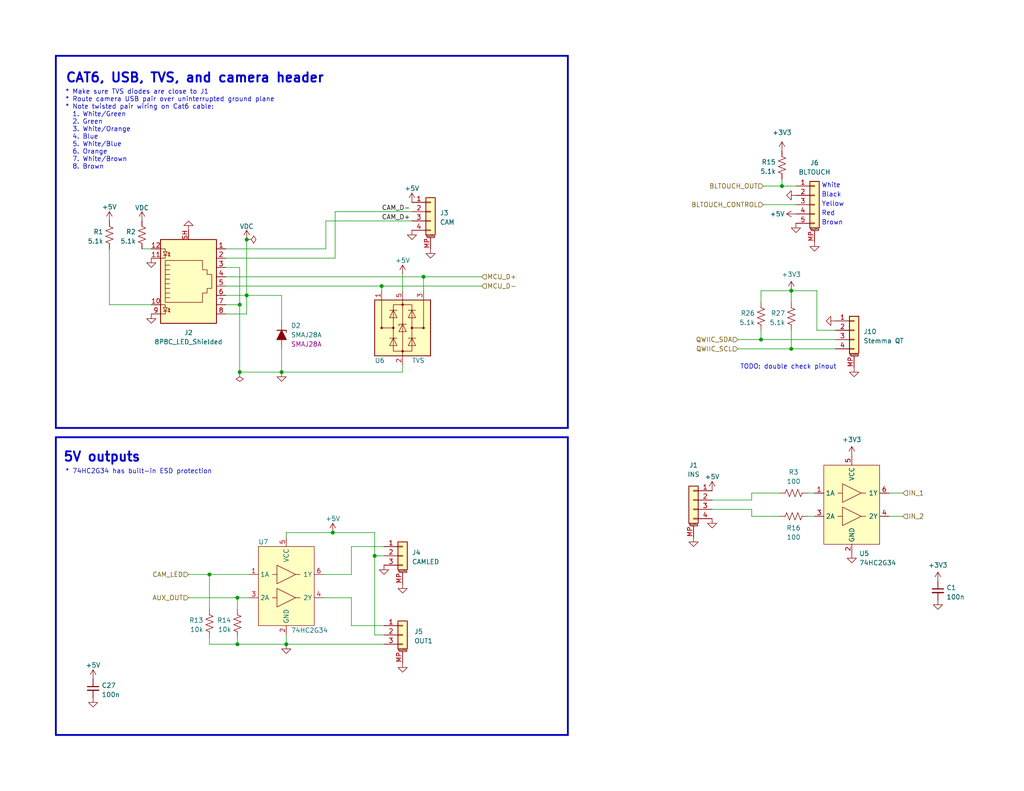
<source format=kicad_sch>
(kicad_sch (version 20211123) (generator eeschema)
  (paper "USLetter")
  (title_block (title "Jellyfish") (date "2022-10-14") (rev "v1") (company "Winterbloom") (comment 1 "Alethea Flowers") (comment 2 "CERN-OHL-S V2") (comment 3 "jellyfish.wntr.dev"))
  (lib_symbols
    (symbol "74HC2G34_1"
      (property "Reference" "U" (at -7.62 11.43 0))
      (property "Value" "74HC2G34_1" (at 1.27 11.43 0))
      (property "MPN" "74HC2G34GW,125" (at 0 0 0))
      (symbol "74HC2G34_1_0_0"
        (pin input line (at -10.16 2.54 0) (length 2.54) (name "1A") (number "1"))
        (pin power_in line (at 0 -13.97 90) (length 2.54) (name "GND") (number "2"))
        (pin input line (at -10.16 -3.81 0) (length 2.54) (name "2A") (number "3"))
        (pin output line (at 10.16 -3.81 180) (length 2.54) (name "2Y") (number "4"))
        (pin power_in line (at 0 12.7 270) (length 2.54) (name "VCC") (number "5"))
        (pin output line (at 10.16 2.54 180) (length 2.54) (name "1Y") (number "6"))
      )
      (symbol "74HC2G34_1_0_1"
        (rectangle (start -7.62 10.16) (end 7.62 -11.43) (fill (type background)))
        (polyline (pts (xy -2.54 -3.81) (xy -3.81 -3.81)))
        (polyline (pts (xy -2.54 2.54) (xy -3.81 2.54)))
        (polyline (pts (xy 2.54 -3.81) (xy 3.81 -3.81)))
        (polyline (pts (xy 2.54 2.54) (xy 3.81 2.54)))
        (polyline (pts (xy -2.54 -5.08) (xy -2.54 -1.27) (xy 2.54 -3.81) (xy -2.54 -6.35) (xy -2.54 -5.08)))
        (polyline (pts (xy -2.54 1.27) (xy -2.54 5.08) (xy 2.54 2.54) (xy -2.54 0) (xy -2.54 1.27)))
      )
    )
    (symbol "Connector:8P8C_LED_Shielded" (pin_names (offset 1.016))
      (property "Reference" "J" (at -5.08 13.97 0))
      (property "Value" "8P8C_LED_Shielded" (at 1.27 13.97 0))
      (symbol "8P8C_LED_Shielded_0_1"
        (polyline (pts (xy -7.62 -7.62) (xy -6.35 -7.62)))
        (polyline (pts (xy -7.62 -5.08) (xy -6.35 -5.08)))
        (polyline (pts (xy -7.62 7.62) (xy -6.35 7.62)))
        (polyline (pts (xy -7.62 10.16) (xy -6.35 10.16)))
        (polyline (pts (xy -6.858 -5.842) (xy -5.842 -5.842)))
        (polyline (pts (xy -6.858 9.398) (xy -5.842 9.398)))
        (polyline (pts (xy -6.35 -7.62) (xy -6.35 -6.858)))
        (polyline (pts (xy -6.35 -5.08) (xy -6.35 -5.842)))
        (polyline (pts (xy -6.35 7.62) (xy -6.35 8.382)))
        (polyline (pts (xy -6.35 10.16) (xy -6.35 9.398)))
        (polyline (pts (xy -5.08 -6.223) (xy -5.207 -6.604)))
        (polyline (pts (xy -5.08 -5.588) (xy -5.207 -5.969)))
        (polyline (pts (xy -5.08 4.445) (xy -6.35 4.445)))
        (polyline (pts (xy -5.08 5.715) (xy -6.35 5.715)))
        (polyline (pts (xy -5.08 9.017) (xy -5.207 8.636)))
        (polyline (pts (xy -5.08 9.652) (xy -5.207 9.271)))
        (polyline (pts (xy -6.35 -3.175) (xy -5.08 -3.175) (xy -5.08 -3.175)))
        (polyline (pts (xy -6.35 -1.905) (xy -5.08 -1.905) (xy -5.08 -1.905)))
        (polyline (pts (xy -6.35 -0.635) (xy -5.08 -0.635) (xy -5.08 -0.635)))
        (polyline (pts (xy -6.35 0.635) (xy -5.08 0.635) (xy -5.08 0.635)))
        (polyline (pts (xy -6.35 1.905) (xy -5.08 1.905) (xy -5.08 1.905)))
        (polyline (pts (xy -5.588 -6.731) (xy -5.08 -6.223) (xy -5.461 -6.35)))
        (polyline (pts (xy -5.588 -6.096) (xy -5.08 -5.588) (xy -5.461 -5.715)))
        (polyline (pts (xy -5.588 8.509) (xy -5.08 9.017) (xy -5.461 8.89)))
        (polyline (pts (xy -5.588 9.144) (xy -5.08 9.652) (xy -5.461 9.525)))
        (polyline (pts (xy -5.08 3.175) (xy -6.35 3.175) (xy -6.35 3.175)))
        (polyline (pts (xy -6.35 -5.842) (xy -6.858 -6.858) (xy -5.842 -6.858) (xy -6.35 -5.842)))
        (polyline (pts (xy -6.35 9.398) (xy -6.858 8.382) (xy -5.842 8.382) (xy -6.35 9.398)))
        (polyline (pts (xy -6.35 -4.445) (xy -6.35 6.985) (xy 3.81 6.985) (xy 3.81 4.445) (xy 5.08 4.445) (xy 5.08 3.175) (xy 6.35 3.175) (xy 6.35 -0.635) (xy 5.08 -0.635) (xy 5.08 -1.905) (xy 3.81 -1.905) (xy 3.81 -4.445) (xy -6.35 -4.445) (xy -6.35 -4.445)))
        (rectangle (start 7.62 12.7) (end -7.62 -10.16) (stroke (width 0.254)) (fill (type background)))
      )
      (symbol "8P8C_LED_Shielded_1_1"
        (pin passive line (at 10.16 -7.62 180) (length 2.54) (name "~") (number "1"))
        (pin passive line (at -10.16 7.62 0) (length 2.54) (name "~") (number "10"))
        (pin passive line (at -10.16 -5.08 0) (length 2.54) (name "~") (number "11"))
        (pin passive line (at -10.16 -7.62 0) (length 2.54) (name "~") (number "12"))
        (pin passive line (at 10.16 -5.08 180) (length 2.54) (name "~") (number "2"))
        (pin passive line (at 10.16 -2.54 180) (length 2.54) (name "~") (number "3"))
        (pin passive line (at 10.16 0 180) (length 2.54) (name "~") (number "4"))
        (pin passive line (at 10.16 2.54 180) (length 2.54) (name "~") (number "5"))
        (pin passive line (at 10.16 5.08 180) (length 2.54) (name "~") (number "6"))
        (pin passive line (at 10.16 7.62 180) (length 2.54) (name "~") (number "7"))
        (pin passive line (at 10.16 10.16 180) (length 2.54) (name "~") (number "8"))
        (pin passive line (at -10.16 10.16 0) (length 2.54) (name "~") (number "9"))
        (pin passive line (at 0 -12.7 90) (length 2.54) (name "~") (number "SH"))
      )
    )
    (symbol "Connector_Generic_MountingPin:Conn_01x03_MountingPin" (pin_names (offset 1.016) hide)
      (property "Reference" "J" (at 0 5.08 0))
      (property "Value" "Conn_01x03_MountingPin" (at 1.27 -5.08 0))
      (symbol "Conn_01x03_MountingPin_1_1"
        (rectangle (start -1.27 -2.413) (end 0 -2.667) (stroke (width 0.1524)))
        (rectangle (start -1.27 0.127) (end 0 -0.127) (stroke (width 0.1524)))
        (rectangle (start -1.27 2.667) (end 0 2.413) (stroke (width 0.1524)))
        (rectangle (start -1.27 3.81) (end 1.27 -3.81) (stroke (width 0.254)) (fill (type background)))
        (polyline (pts (xy -1.016 -4.572) (xy 1.016 -4.572)) (stroke (width 0.1524)))
        (text "Mounting" (at 0 -4.191 0) (effects (font (size 0.381 0.381))))
        (pin passive line (at -5.08 2.54 0) (length 3.81) (name "Pin_1") (number "1"))
        (pin passive line (at -5.08 0 0) (length 3.81) (name "Pin_2") (number "2"))
        (pin passive line (at -5.08 -2.54 0) (length 3.81) (name "Pin_3") (number "3"))
        (pin passive line (at 0 -7.62 90) (length 3.048) (name "MountPin") (number "MP"))
      )
    )
    (symbol "Connector_Generic_MountingPin:Conn_01x04_MountingPin" (pin_names (offset 1.016) hide)
      (property "Reference" "J" (at 0 5.08 0))
      (property "Value" "Conn_01x04_MountingPin" (at 1.27 -7.62 0))
      (symbol "Conn_01x04_MountingPin_1_1"
        (rectangle (start -1.27 -4.953) (end 0 -5.207) (stroke (width 0.1524)))
        (rectangle (start -1.27 -2.413) (end 0 -2.667) (stroke (width 0.1524)))
        (rectangle (start -1.27 0.127) (end 0 -0.127) (stroke (width 0.1524)))
        (rectangle (start -1.27 2.667) (end 0 2.413) (stroke (width 0.1524)))
        (rectangle (start -1.27 3.81) (end 1.27 -6.35) (stroke (width 0.254)) (fill (type background)))
        (polyline (pts (xy -1.016 -7.112) (xy 1.016 -7.112)) (stroke (width 0.1524)))
        (text "Mounting" (at 0 -6.731 0) (effects (font (size 0.381 0.381))))
        (pin passive line (at -5.08 2.54 0) (length 3.81) (name "Pin_1") (number "1"))
        (pin passive line (at -5.08 0 0) (length 3.81) (name "Pin_2") (number "2"))
        (pin passive line (at -5.08 -2.54 0) (length 3.81) (name "Pin_3") (number "3"))
        (pin passive line (at -5.08 -5.08 0) (length 3.81) (name "Pin_4") (number "4"))
        (pin passive line (at 0 -10.16 90) (length 3.048) (name "MountPin") (number "MP"))
      )
    )
    (symbol "Connector_Generic_MountingPin:Conn_01x05_MountingPin" (pin_names (offset 1.016) hide)
      (property "Reference" "J" (at 0 7.62 0))
      (property "Value" "Conn_01x05_MountingPin" (at 1.27 -7.62 0))
      (symbol "Conn_01x05_MountingPin_1_1"
        (rectangle (start -1.27 -4.953) (end 0 -5.207) (stroke (width 0.1524)))
        (rectangle (start -1.27 -2.413) (end 0 -2.667) (stroke (width 0.1524)))
        (rectangle (start -1.27 0.127) (end 0 -0.127) (stroke (width 0.1524)))
        (rectangle (start -1.27 2.667) (end 0 2.413) (stroke (width 0.1524)))
        (rectangle (start -1.27 5.207) (end 0 4.953) (stroke (width 0.1524)))
        (rectangle (start -1.27 6.35) (end 1.27 -6.35) (stroke (width 0.254)) (fill (type background)))
        (polyline (pts (xy -1.016 -7.112) (xy 1.016 -7.112)) (stroke (width 0.1524)))
        (text "Mounting" (at 0 -6.731 0) (effects (font (size 0.381 0.381))))
        (pin passive line (at -5.08 5.08 0) (length 3.81) (name "Pin_1") (number "1"))
        (pin passive line (at -5.08 2.54 0) (length 3.81) (name "Pin_2") (number "2"))
        (pin passive line (at -5.08 0 0) (length 3.81) (name "Pin_3") (number "3"))
        (pin passive line (at -5.08 -2.54 0) (length 3.81) (name "Pin_4") (number "4"))
        (pin passive line (at -5.08 -5.08 0) (length 3.81) (name "Pin_5") (number "5"))
        (pin passive line (at 0 -10.16 90) (length 3.048) (name "MountPin") (number "MP"))
      )
    )
    (symbol "Device:C_Small" (pin_numbers hide) (pin_names (offset 0.254) hide)
      (property "Reference" "C" (at 0.254 1.778 0))
      (property "Value" "C_Small" (at 0.254 -2.032 0))
      (symbol "C_Small_0_1"
        (polyline (pts (xy -1.524 -0.508) (xy 1.524 -0.508)) (stroke (width 0.3302)))
        (polyline (pts (xy -1.524 0.508) (xy 1.524 0.508)) (stroke (width 0.3048)))
      )
      (symbol "C_Small_1_1"
        (pin passive line (at 0 2.54 270) (length 2.032) (name "~") (number "1"))
        (pin passive line (at 0 -2.54 90) (length 2.032) (name "~") (number "2"))
      )
    )
    (symbol "Device:D_Zener_Filled" (pin_numbers hide) (pin_names (offset 1.016) hide)
      (property "Reference" "D" (at 0 2.54 0))
      (property "Value" "D_Zener_Filled" (at 0 -2.54 0))
      (symbol "D_Zener_Filled_0_1"
        (polyline (pts (xy 1.27 0) (xy -1.27 0)))
        (polyline (pts (xy -1.27 -1.27) (xy -1.27 1.27) (xy -0.762 1.27)) (stroke (width 0.254)))
        (polyline (pts (xy 1.27 -1.27) (xy 1.27 1.27) (xy -1.27 0) (xy 1.27 -1.27)) (stroke (width 0.254)) (fill (type outline)))
      )
      (symbol "D_Zener_Filled_1_1"
        (pin passive line (at -3.81 0 0) (length 2.54) (name "K") (number "1"))
        (pin passive line (at 3.81 0 180) (length 2.54) (name "A") (number "2"))
      )
    )
    (symbol "Device:R_US" (pin_numbers hide) (pin_names (offset 0))
      (property "Reference" "R" (at 2.54 0 90))
      (property "Value" "R_US" (at -2.54 0 90))
      (symbol "R_US_0_1"
        (polyline (pts (xy 0 -2.286) (xy 0 -2.54)))
        (polyline (pts (xy 0 2.286) (xy 0 2.54)))
        (polyline (pts (xy 0 -0.762) (xy 1.016 -1.143) (xy 0 -1.524) (xy -1.016 -1.905) (xy 0 -2.286)))
        (polyline (pts (xy 0 0.762) (xy 1.016 0.381) (xy 0 0) (xy -1.016 -0.381) (xy 0 -0.762)))
        (polyline (pts (xy 0 2.286) (xy 1.016 1.905) (xy 0 1.524) (xy -1.016 1.143) (xy 0 0.762)))
      )
      (symbol "R_US_1_1"
        (pin passive line (at 0 3.81 270) (length 1.27) (name "~") (number "1"))
        (pin passive line (at 0 -3.81 90) (length 1.27) (name "~") (number "2"))
      )
    )
    (symbol "power:+3V3" (power) (pin_names (offset 0))
      (property "Value" "+3V3" (at 0 3.556 0))
      (symbol "+3V3_0_1"
        (polyline (pts (xy -0.762 1.27) (xy 0 2.54)))
        (polyline (pts (xy 0 0) (xy 0 2.54)))
        (polyline (pts (xy 0 2.54) (xy 0.762 1.27)))
      )
      (symbol "+3V3_1_1"
        (pin power_in line (at 0 0 90) (length 0) hide (name "+3V3") (number "1"))
      )
    )
    (symbol "power:+5V" (power) (pin_names (offset 0))
      (property "Value" "+5V" (at 0 3.556 0))
      (symbol "+5V_0_1"
        (polyline (pts (xy -0.762 1.27) (xy 0 2.54)))
        (polyline (pts (xy 0 0) (xy 0 2.54)))
        (polyline (pts (xy 0 2.54) (xy 0.762 1.27)))
      )
      (symbol "+5V_1_1"
        (pin power_in line (at 0 0 90) (length 0) hide (name "+5V") (number "1"))
      )
    )
    (symbol "power:GND" (power) (pin_names (offset 0))
      (property "Value" "GND" (at 0 -3.81 0))
      (symbol "GND_0_1"
        (polyline (pts (xy 0 0) (xy 0 -1.27) (xy 1.27 -1.27) (xy 0 -2.54) (xy -1.27 -1.27) (xy 0 -1.27)))
      )
      (symbol "GND_1_1"
        (pin power_in line (at 0 0 270) (length 0) hide (name "GND") (number "1"))
      )
    )
    (symbol "power:PWR_FLAG" (power) (pin_numbers hide) (pin_names (offset 0) hide)
      (property "Value" "PWR_FLAG" (at 0 3.81 0))
      (symbol "PWR_FLAG_0_0"
        (pin power_out line (at 0 0 90) (length 0) (name "pwr") (number "1"))
      )
      (symbol "PWR_FLAG_0_1"
        (polyline (pts (xy 0 0) (xy 0 1.27) (xy -1.016 1.905) (xy 0 2.54) (xy 1.016 1.905) (xy 0 1.27)))
      )
    )
    (symbol "power:VDC" (power) (pin_names (offset 0))
      (property "Value" "VDC" (at 0 6.35 0))
      (symbol "VDC_0_1"
        (polyline (pts (xy -0.762 1.27) (xy 0 2.54)))
        (polyline (pts (xy 0 0) (xy 0 2.54)))
        (polyline (pts (xy 0 2.54) (xy 0.762 1.27)))
      )
      (symbol "VDC_1_1"
        (pin power_in line (at 0 0 90) (length 0) hide (name "VDC") (number "1"))
      )
    )
    (symbol "winterbloom:74HC2G34"
      (property "Reference" "U" (at -7.62 11.43 0))
      (property "Value" "74HC2G34" (at 1.27 11.43 0))
      (property "MPN" "74HC2G34GW,125" (at 0 0 0))
      (symbol "74HC2G34_0_0"
        (pin input line (at -10.16 2.54 0) (length 2.54) (name "1A") (number "1"))
        (pin power_in line (at 0 -13.97 90) (length 2.54) (name "GND") (number "2"))
        (pin input line (at -10.16 -3.81 0) (length 2.54) (name "2A") (number "3"))
        (pin output line (at 10.16 -3.81 180) (length 2.54) (name "2Y") (number "4"))
        (pin power_in line (at 0 12.7 270) (length 2.54) (name "VCC") (number "5"))
        (pin output line (at 10.16 2.54 180) (length 2.54) (name "1Y") (number "6"))
      )
      (symbol "74HC2G34_0_1"
        (rectangle (start -7.62 10.16) (end 7.62 -11.43) (fill (type background)))
        (polyline (pts (xy -2.54 -3.81) (xy -3.81 -3.81)))
        (polyline (pts (xy -2.54 2.54) (xy -3.81 2.54)))
        (polyline (pts (xy 2.54 -3.81) (xy 3.81 -3.81)))
        (polyline (pts (xy 2.54 2.54) (xy 3.81 2.54)))
        (polyline (pts (xy -2.54 -5.08) (xy -2.54 -1.27) (xy 2.54 -3.81) (xy -2.54 -6.35) (xy -2.54 -5.08)))
        (polyline (pts (xy -2.54 1.27) (xy -2.54 5.08) (xy 2.54 2.54) (xy -2.54 0) (xy -2.54 1.27)))
      )
    )
    (symbol "winterbloom:USBLC6-2SC6" (pin_names hide)
      (property "Reference" "U4" (at -7.62 -8.89 0))
      (property "Value" "USBLC6-2SC6" (at 2.54 -8.89 0))
      (symbol "USBLC6-2SC6_0_1"
        (rectangle (start -7.62 -7.62) (end 7.62 7.62) (stroke (width 0.254)) (fill (type background)))
        (circle (center -5.715 0) (radius 0.254) (fill (type outline)))
        (circle (center -2.54 0) (radius 0.254) (fill (type outline)))
        (rectangle (start -2.54 6.35) (end 2.54 -6.35))
        (circle (center 0 -6.35) (radius 0.254) (fill (type outline)))
        (polyline (pts (xy -1.524 -2.794) (xy -3.556 -2.794)))
        (polyline (pts (xy -1.524 4.826) (xy -3.556 4.826)))
        (polyline (pts (xy 0 -7.62) (xy 0 -6.35)))
        (polyline (pts (xy 0 -6.35) (xy 0 1.27)))
        (polyline (pts (xy 0 1.27) (xy 0 6.35)))
        (polyline (pts (xy 0 6.35) (xy 0 7.62)))
        (polyline (pts (xy 1.524 -2.794) (xy 3.556 -2.794)))
        (polyline (pts (xy 1.524 4.826) (xy 3.556 4.826)))
        (polyline (pts (xy -2.54 0) (xy -5.715 0) (xy -5.715 7.62)))
        (polyline (pts (xy 2.54 0) (xy 5.715 0) (xy 5.715 7.62)))
        (polyline (pts (xy -3.556 -4.826) (xy -1.524 -4.826) (xy -2.54 -2.794) (xy -3.556 -4.826)))
        (polyline (pts (xy -3.556 2.794) (xy -1.524 2.794) (xy -2.54 4.826) (xy -3.556 2.794)))
        (polyline (pts (xy -1.016 -1.016) (xy 1.016 -1.016) (xy 0 1.016) (xy -1.016 -1.016)))
        (polyline (pts (xy 1.016 1.016) (xy 0.762 1.016) (xy -1.016 1.016) (xy -1.016 0.508)))
        (polyline (pts (xy 3.556 -4.826) (xy 1.524 -4.826) (xy 2.54 -2.794) (xy 3.556 -4.826)))
        (polyline (pts (xy 3.556 2.794) (xy 1.524 2.794) (xy 2.54 4.826) (xy 3.556 2.794)))
        (circle (center 0 6.35) (radius 0.254) (fill (type outline)))
        (circle (center 2.54 0) (radius 0.254) (fill (type outline)))
        (circle (center 5.715 0) (radius 0.254) (fill (type outline)))
      )
      (symbol "USBLC6-2SC6_1_1"
        (pin passive line (at -5.715 10.16 270) (length 2.54) (name "D-") (number "1"))
        (pin passive line (at 0 -10.16 90) (length 2.54) (name "GND") (number "2"))
        (pin passive line (at 5.715 10.16 270) (length 2.54) (name "D+") (number "3"))
        (pin passive line (at 5.715 10.16 270) (length 2.54) hide (name "D+") (number "4"))
        (pin passive line (at 0 10.16 270) (length 2.54) (name "VBUS") (number "5"))
        (pin passive line (at -5.715 10.16 270) (length 2.54) hide (name "D-") (number "6"))
      )
    )
  )
  (junction (at 102.235 151.765))
  (junction (at 90.805 145.415))
  (junction (at 67.31 65.405))
  (junction (at 67.31 80.645))
  (junction (at 64.77 175.895))
  (junction (at 78.105 175.895))
  (junction (at 215.9 95.25))
  (junction (at 65.405 83.185))
  (junction (at 215.9 79.375))
  (junction (at 64.77 163.195))
  (junction (at 213.36 50.8))
  (junction (at 57.15 156.845))
  (junction (at 65.405 101.6))
  (junction (at 104.14 78.105))
  (junction (at 115.57 75.565))
  (junction (at 76.835 101.6))
  (junction (at 207.645 92.71))
  (wire (pts (xy 215.9 79.375) (xy 215.9 82.55)))
  (wire (pts (xy 242.57 134.62) (xy 246.38 134.62)))
  (wire (pts (xy 207.645 90.17) (xy 207.645 92.71)))
  (wire (pts (xy 95.885 170.815) (xy 95.885 163.195)))
  (wire (pts (xy 222.885 90.17) (xy 227.965 90.17)))
  (polyline (pts (xy 15.24 119.38) (xy 154.94 119.38)) (stroke (width 0.5) (type solid)))
  (wire (pts (xy 215.9 79.375) (xy 222.885 79.375)))
  (wire (pts (xy 67.31 85.725) (xy 67.31 80.645)))
  (wire (pts (xy 104.14 78.105) (xy 104.14 79.375)))
  (wire (pts (xy 78.105 175.895) (xy 104.775 175.895)))
  (wire (pts (xy 115.57 75.565) (xy 131.445 75.565)))
  (polyline (pts (xy 154.94 200.66) (xy 15.24 200.66)) (stroke (width 0.5) (type solid)))
  (wire (pts (xy 61.595 78.105) (xy 104.14 78.105)))
  (wire (pts (xy 213.36 50.8) (xy 217.17 50.8)))
  (wire (pts (xy 67.31 65.405) (xy 67.31 80.645)))
  (wire (pts (xy 208.28 55.88) (xy 217.17 55.88)))
  (wire (pts (xy 194.31 139.065) (xy 205.105 139.065)))
  (wire (pts (xy 61.595 85.725) (xy 67.31 85.725)))
  (wire (pts (xy 220.345 140.97) (xy 222.25 140.97)))
  (wire (pts (xy 90.805 145.415) (xy 102.235 145.415)))
  (wire (pts (xy 109.855 74.93) (xy 109.855 79.375)))
  (wire (pts (xy 76.835 87.63) (xy 76.835 80.645)))
  (wire (pts (xy 65.405 83.185) (xy 65.405 101.6)))
  (wire (pts (xy 61.595 70.485) (xy 91.44 70.485)))
  (wire (pts (xy 67.945 156.845) (xy 57.15 156.845)))
  (wire (pts (xy 65.405 83.185) (xy 65.405 73.025)))
  (wire (pts (xy 109.855 101.6) (xy 109.855 99.695)))
  (wire (pts (xy 88.9 60.325) (xy 112.395 60.325)))
  (wire (pts (xy 215.9 90.17) (xy 215.9 95.25)))
  (wire (pts (xy 205.105 140.97) (xy 212.725 140.97)))
  (wire (pts (xy 51.435 163.195) (xy 64.77 163.195)))
  (wire (pts (xy 29.845 83.185) (xy 41.275 83.185)))
  (wire (pts (xy 65.405 101.6) (xy 76.835 101.6)))
  (polyline (pts (xy 154.94 15.24) (xy 154.94 116.84)) (stroke (width 0.5) (type solid)))
  (wire (pts (xy 78.105 175.895) (xy 78.105 173.355)))
  (wire (pts (xy 57.15 156.845) (xy 57.15 166.37)))
  (wire (pts (xy 201.295 95.25) (xy 215.9 95.25)))
  (wire (pts (xy 115.57 75.565) (xy 115.57 79.375)))
  (wire (pts (xy 65.405 73.025) (xy 61.595 73.025)))
  (wire (pts (xy 95.885 156.845) (xy 88.265 156.845)))
  (wire (pts (xy 38.735 67.945) (xy 41.275 67.945)))
  (wire (pts (xy 215.9 95.25) (xy 227.965 95.25)))
  (wire (pts (xy 213.36 48.895) (xy 213.36 50.8)))
  (wire (pts (xy 208.28 50.8) (xy 213.36 50.8)))
  (wire (pts (xy 207.645 82.55) (xy 207.645 79.375)))
  (wire (pts (xy 205.105 136.525) (xy 194.31 136.525)))
  (wire (pts (xy 78.105 146.685) (xy 78.105 145.415)))
  (wire (pts (xy 205.105 134.62) (xy 212.725 134.62)))
  (wire (pts (xy 102.235 173.355) (xy 104.775 173.355)))
  (wire (pts (xy 76.835 95.25) (xy 76.835 101.6)))
  (wire (pts (xy 207.645 79.375) (xy 215.9 79.375)))
  (wire (pts (xy 51.435 156.845) (xy 57.15 156.845)))
  (wire (pts (xy 57.15 175.895) (xy 64.77 175.895)))
  (wire (pts (xy 76.835 101.6) (xy 109.855 101.6)))
  (wire (pts (xy 205.105 134.62) (xy 205.105 136.525)))
  (wire (pts (xy 222.885 79.375) (xy 222.885 90.17)))
  (wire (pts (xy 201.295 92.71) (xy 207.645 92.71)))
  (polyline (pts (xy 15.24 15.24) (xy 15.24 116.84)) (stroke (width 0.5) (type solid)))
  (wire (pts (xy 102.235 151.765) (xy 102.235 173.355)))
  (polyline (pts (xy 154.94 119.38) (xy 154.94 200.66)) (stroke (width 0.5) (type solid)))
  (polyline (pts (xy 15.24 119.38) (xy 15.24 200.66)) (stroke (width 0.5) (type solid)))
  (wire (pts (xy 102.235 145.415) (xy 102.235 151.765)))
  (wire (pts (xy 61.595 75.565) (xy 115.57 75.565)))
  (wire (pts (xy 220.345 134.62) (xy 222.25 134.62)))
  (wire (pts (xy 88.9 67.945) (xy 61.595 67.945)))
  (wire (pts (xy 104.14 78.105) (xy 131.445 78.105)))
  (wire (pts (xy 64.77 175.895) (xy 64.77 173.99)))
  (wire (pts (xy 64.77 166.37) (xy 64.77 163.195)))
  (polyline (pts (xy 15.24 15.24) (xy 154.94 15.24)) (stroke (width 0.5) (type solid)))
  (wire (pts (xy 57.15 173.99) (xy 57.15 175.895)))
  (wire (pts (xy 95.885 163.195) (xy 88.265 163.195)))
  (wire (pts (xy 91.44 57.785) (xy 91.44 70.485)))
  (wire (pts (xy 61.595 80.645) (xy 67.31 80.645)))
  (wire (pts (xy 95.885 149.225) (xy 95.885 156.845)))
  (wire (pts (xy 102.235 151.765) (xy 104.775 151.765)))
  (wire (pts (xy 78.105 145.415) (xy 90.805 145.415)))
  (wire (pts (xy 95.885 170.815) (xy 104.775 170.815)))
  (wire (pts (xy 88.9 60.325) (xy 88.9 67.945)))
  (wire (pts (xy 29.845 67.945) (xy 29.845 83.185)))
  (wire (pts (xy 205.105 139.065) (xy 205.105 140.97)))
  (wire (pts (xy 104.775 149.225) (xy 95.885 149.225)))
  (wire (pts (xy 61.595 83.185) (xy 65.405 83.185)))
  (wire (pts (xy 76.835 80.645) (xy 67.31 80.645)))
  (wire (pts (xy 112.395 57.785) (xy 91.44 57.785)))
  (polyline (pts (xy 154.94 116.84) (xy 15.24 116.84)) (stroke (width 0.5) (type solid)))
  (wire (pts (xy 64.77 163.195) (xy 67.945 163.195)))
  (wire (pts (xy 78.105 175.895) (xy 64.77 175.895)))
  (wire (pts (xy 242.57 140.97) (xy 246.38 140.97)))
  (wire (pts (xy 207.645 92.71) (xy 227.965 92.71)))
  (text "White" (at 224.155 51.435 0) (effects (font (size 1.27 1.27)) (justify left bottom)))
  (text "* Make sure TVS diodes are close to J1\n* Route camera USB pair over uninterrupted ground plane\n* Note twisted pair wiring on Cat6 cable:\n  1. White/Green\n  2. Green\n  3. White/Orange\n  4. Blue\n  5. White/Blue\n  6. Orange\n  7. White/Brown\n  8. Brown" (at 17.78 46.355 0) (effects (font (size 1.27 1.27)) (justify left bottom)))
  (text "Yellow" (at 224.155 56.515 0) (effects (font (size 1.27 1.27)) (justify left bottom)))
  (text "Black" (at 224.155 53.975 0) (effects (font (size 1.27 1.27)) (justify left bottom)))
  (text "Brown" (at 224.155 61.595 0) (effects (font (size 1.27 1.27)) (justify left bottom)))
  (text "Red" (at 224.155 59.055 0) (effects (font (size 1.27 1.27)) (justify left bottom)))
  (text "* 74HC2G34 has built-in ESD protection" (at 17.78 129.54 0) (effects (font (size 1.27 1.27)) (justify left bottom)))
  (text "5V outputs" (at 17.145 126.365 0) (effects (font (size 2.54 2.54) bold) (justify left bottom)))
  (text "CAT6, USB, TVS, and camera header" (at 17.78 22.86 0) (effects (font (size 2.54 2.54) bold) (justify left bottom)))
  (text "TODO: double check pinout" (at 201.93 100.965 0) (effects (font (size 1.27 1.27)) (justify left bottom)))
  (label "CAM_D+" (at 104.14 60.325 0))
  (label "CAM_D-" (at 104.14 57.785 0))
  (hierarchical_label "IN_1" (shape input) (at 246.38 134.62 0))
  (hierarchical_label "CAM_LED" (shape input) (at 51.435 156.845 180))
  (hierarchical_label "QWIIC_SCL" (shape input) (at 201.295 95.25 180))
  (hierarchical_label "BLTOUCH_CONTROL" (shape input) (at 208.28 55.88 180))
  (hierarchical_label "IN_2" (shape input) (at 246.38 140.97 0))
  (hierarchical_label "QWIIC_SDA" (shape input) (at 201.295 92.71 180))
  (hierarchical_label "MCU_D-" (shape input) (at 131.445 78.105 0))
  (hierarchical_label "AUX_OUT" (shape input) (at 51.435 163.195 180))
  (hierarchical_label "MCU_D+" (shape input) (at 131.445 75.565 0))
  (hierarchical_label "BLTOUCH_OUT" (shape input) (at 208.28 50.8 180))
  (symbol (lib_id "power:GND") (at 117.475 67.945 0) (unit 1)
    (property "Reference" "#PWR0123" (effects hide))
    (property "Value" "GND" (effects hide))
  )
  (symbol (lib_id "power:GND") (at 104.775 154.305 0) (unit 1)
    (property "Reference" "#PWR057" (effects hide))
    (property "Value" "GND" (effects hide))
  )
  (symbol (lib_id "Device:R_US") (at 57.15 170.18 180) (unit 1)
    (property "Reference" "R13" (at 55.499 169.3453 0) (effects (justify left)))
    (property "Value" "10k" (at 55.499 171.8822 0) (effects (justify left)))
    (property "Footprint" "winterbloom:R_0402_HandSolder" (effects hide))
    (property "mpn" "RC0402JR-0710KL" (effects hide))
    (property "Rating" "63mW" (effects hide))
  )
  (symbol (lib_id "power:PWR_FLAG") (at 67.31 65.405 270) (unit 1)
    (property "Reference" "#FLG02" (effects hide))
    (property "Value" "PWR_FLAG" (effects hide))
  )
  (symbol (lib_id "power:VDC") (at 67.31 65.405 0) (unit 1)
    (property "Reference" "#PWR045" (effects hide))
    (property "Value" "VDC" (at 67.31 61.8292 0))
  )
  (symbol (lib_id "power:GND") (at 227.965 87.63 270) (unit 1)
    (property "Reference" "#PWR0116" (effects hide))
    (property "Value" "GND" (effects hide))
  )
  (symbol (lib_id "power:GND") (at 109.855 180.975 0) (unit 1)
    (property "Reference" "#PWR0126" (effects hide))
    (property "Value" "GND" (effects hide))
  )
  (symbol (lib_id "Device:R_US") (at 216.535 140.97 270) (unit 1)
    (property "Reference" "R16" (at 216.535 144.145 90))
    (property "Value" "100" (at 216.535 146.685 90))
    (property "Footprint" "winterbloom:R_0402_HandSolder" (effects hide))
    (property "mpn" "RC0402JR-0710KL" (effects hide))
    (property "Rating" "63mW" (effects hide))
  )
  (symbol (lib_id "power:GND") (at 233.045 100.33 0) (unit 1)
    (property "Reference" "#PWR0124" (effects hide))
    (property "Value" "GND" (effects hide))
  )
  (symbol (lib_id "power:GND") (at 232.41 151.13 0) (mirror y) (unit 1)
    (property "Reference" "#PWR0117" (effects hide))
    (property "Value" "GND" (effects hide))
  )
  (symbol (lib_id "power:GND") (at 76.835 101.6 0) (unit 1)
    (property "Reference" "#PWR050" (effects hide))
    (property "Value" "GND" (effects hide))
  )
  (symbol (lib_id "power:+5V") (at 29.845 60.325 0) (unit 1)
    (property "Reference" "#PWR0110" (effects hide))
    (property "Value" "+5V" (at 29.845 56.515 0))
  )
  (symbol (lib_id "power:+5V") (at 25.4 185.42 0) (unit 1)
    (property "Reference" "#PWR053" (effects hide))
    (property "Value" "+5V" (at 25.4 181.61 0))
  )
  (symbol (lib_id "power:GND") (at 41.275 85.725 0) (unit 1)
    (property "Reference" "#PWR0107" (effects hide))
    (property "Value" "GND" (effects hide))
  )
  (symbol (lib_id "Connector_Generic_MountingPin:Conn_01x04_MountingPin") (at 117.475 57.785 0) (unit 1)
    (property "Reference" "J3" (at 120.015 58.1405 0) (effects (justify left)))
    (property "Value" "CAM" (at 120.015 60.6805 0) (effects (justify left)))
    (property "Footprint" "winterbloom:JST_SH_SM04B-SRSS-TB_1x04-1MP_P1.00mm_Horizontal" (effects hide))
  )
  (symbol (lib_id "Device:R_US") (at 213.36 45.085 180) (unit 1)
    (property "Reference" "R15" (at 211.709 44.2503 0) (effects (justify left)))
    (property "Value" "5.1k" (at 211.709 46.7872 0) (effects (justify left)))
    (property "Footprint" "winterbloom:R_0402_HandSolder" (effects hide))
    (property "mpn" "RC0402JR-0710KL" (effects hide))
    (property "Rating" "63mW" (effects hide))
  )
  (symbol (lib_id "power:+5V") (at 194.31 133.985 0) (mirror y) (unit 1)
    (property "Reference" "#PWR0119" (effects hide))
    (property "Value" "+5V" (at 194.31 130.175 0))
  )
  (symbol (lib_id "Connector_Generic_MountingPin:Conn_01x04_MountingPin") (at 233.045 90.17 0) (unit 1)
    (property "Reference" "J10" (at 235.585 90.5255 0) (effects (justify left)))
    (property "Value" "Stemma QT" (at 235.585 93.0655 0) (effects (justify left)))
    (property "Footprint" "winterbloom:JST_SH_SM04B-SRSS-TB_1x04-1MP_P1.00mm_Horizontal" (effects hide))
  )
  (symbol (lib_id "power:GND") (at 51.435 62.865 180) (unit 1)
    (property "Reference" "#PWR044" (effects hide))
    (property "Value" "GND" (effects hide))
  )
  (symbol (lib_id "power:VDC") (at 38.735 60.325 0) (unit 1)
    (property "Reference" "#PWR0109" (effects hide))
    (property "Value" "VDC" (at 38.735 56.7492 0))
  )
  (symbol (lib_id "power:GND") (at 189.23 146.685 0) (unit 1)
    (property "Reference" "#PWR0125" (effects hide))
    (property "Value" "GND" (effects hide))
  )
  (symbol (lib_id "power:PWR_FLAG") (at 65.405 101.6 180) (unit 1)
    (property "Reference" "#FLG01" (effects hide))
    (property "Value" "PWR_FLAG" (effects hide))
  )
  (symbol (lib_id "power:+5V") (at 112.395 55.245 0) (unit 1)
    (property "Reference" "#PWR051" (effects hide))
    (property "Value" "+5V" (at 112.395 51.435 0))
  )
  (symbol (lib_id "Connector_Generic_MountingPin:Conn_01x03_MountingPin") (at 109.855 173.355 0) (unit 1)
    (property "Reference" "J5" (at 113.03 172.4405 0) (effects (justify left)))
    (property "Value" "OUT1" (at 113.03 174.9805 0) (effects (justify left)))
    (property "Footprint" "Connector_JST:JST_SH_SM03B-SRSS-TB_1x03-1MP_P1.00mm_Horizontal" (effects hide))
  )
  (symbol (lib_id "winterbloom:74HC2G34") (at 78.105 159.385 0) (unit 1)
    (property "Reference" "U7" (at 70.485 147.955 0) (effects (justify left)))
    (property "Value" "74HC2G34" (at 79.375 172.085 0) (effects (justify left)))
    (property "Footprint" "Package_TO_SOT_SMD:SOT-363_SC-70-6" (effects hide))
    (property "Datasheet" "https://assets.nexperia.com/documents/data-sheet/74HC_HCT2G34.pdf" (effects hide))
    (property "mpn" "74HC2G34GW,125" (effects hide))
    (property "MPN" "74HC2G34GW,125" (effects hide))
  )
  (symbol (lib_id "power:+3V3") (at 255.905 158.75 0) (unit 1)
    (property "Reference" "#PWR0121" (effects hide))
    (property "Value" "+3V3" (at 255.905 154.305 0))
  )
  (symbol (lib_id "Connector_Generic_MountingPin:Conn_01x05_MountingPin") (at 222.25 55.88 0) (unit 1)
    (property "Reference" "J6" (at 222.25 44.45 0))
    (property "Value" "BLTOUCH" (at 222.25 46.99 0))
    (property "Footprint" "Connector_JST:JST_SH_SM05B-SRSS-TB_1x05-1MP_P1.00mm_Horizontal" (effects hide))
  )
  (symbol (lib_id "power:GND") (at 217.17 53.34 270) (unit 1)
    (property "Reference" "#PWR0114" (effects hide))
    (property "Value" "GND" (effects hide))
  )
  (symbol (lib_id "Device:R_US") (at 64.77 170.18 180) (unit 1)
    (property "Reference" "R14" (at 63.119 169.3453 0) (effects (justify left)))
    (property "Value" "10k" (at 63.119 171.8822 0) (effects (justify left)))
    (property "Footprint" "winterbloom:R_0402_HandSolder" (effects hide))
    (property "mpn" "RC0402JR-0710KL" (effects hide))
    (property "Rating" "63mW" (effects hide))
  )
  (symbol (lib_id "power:+3V3") (at 213.36 41.275 0) (unit 1)
    (property "Reference" "#PWR0113" (effects hide))
    (property "Value" "+3V3" (at 213.36 36.195 0))
  )
  (symbol (lib_id "Connector_Generic_MountingPin:Conn_01x04_MountingPin") (at 189.23 136.525 0) (mirror y) (unit 1)
    (property "Reference" "J1" (at 189.23 127 0))
    (property "Value" "INS" (at 189.23 129.54 0))
    (property "Footprint" "winterbloom:JST_SH_SM04B-SRSS-TB_1x04-1MP_P1.00mm_Horizontal" (effects hide))
  )
  (symbol (lib_id "power:GND") (at 222.25 66.04 0) (unit 1)
    (property "Reference" "#PWR0122" (effects hide))
    (property "Value" "GND" (effects hide))
  )
  (symbol (lib_id "Connector:8P8C_LED_Shielded") (at 51.435 75.565 0) (mirror x) (unit 1)
    (property "Reference" "J2" (at 51.435 90.805 0))
    (property "Value" "8P8C_LED_Shielded" (at 51.435 93.345 0))
    (property "Footprint" "winterbloom:RJ45_Amphenol_RJE45-188-1411_Vertical" (effects hide))
  )
  (symbol (lib_id "power:GND") (at 25.4 190.5 0) (unit 1)
    (property "Reference" "#PWR054" (effects hide))
    (property "Value" "GND" (effects hide))
  )
  (symbol (lib_id "Connector_Generic_MountingPin:Conn_01x03_MountingPin") (at 109.855 151.765 0) (unit 1)
    (property "Reference" "J4" (at 112.395 150.8505 0) (effects (justify left)))
    (property "Value" "CAMLED" (at 112.395 153.3905 0) (effects (justify left)))
    (property "Footprint" "Connector_JST:JST_SH_SM03B-SRSS-TB_1x03-1MP_P1.00mm_Horizontal" (effects hide))
  )
  (symbol (lib_id "power:GND") (at 78.105 175.895 0) (unit 1)
    (property "Reference" "#PWR055" (effects hide))
    (property "Value" "GND" (effects hide))
  )
  (symbol (lib_id "power:+3V3") (at 215.9 79.375 0) (unit 1)
    (property "Reference" "#PWR0115" (effects hide))
    (property "Value" "+3V3" (at 215.9 74.93 0))
  )
  (symbol (lib_id "Device:D_Zener_Filled") (at 76.835 91.44 270) (unit 1)
    (property "Reference" "D2" (at 79.375 88.8999 90) (effects (justify left)))
    (property "Value" "SMAJ28A" (at 79.375 91.4399 90) (effects (justify left)))
    (property "Footprint" "winterbloom:D_SMA" (effects hide))
    (property "Rating" "30V" (effects hide))
    (property "mpn" "SMAJ28A" (at 79.375 93.9799 90) (effects (justify left)))
  )
  (symbol (lib_id "Device:R_US") (at 216.535 134.62 270) (unit 1)
    (property "Reference" "R3" (at 216.535 128.905 90))
    (property "Value" "100" (at 216.535 131.445 90))
    (property "Footprint" "winterbloom:R_0402_HandSolder" (effects hide))
    (property "mpn" "RC0402JR-0710KL" (effects hide))
    (property "Rating" "63mW" (effects hide))
  )
  (symbol (lib_id "power:GND") (at 112.395 62.865 0) (unit 1)
    (property "Reference" "#PWR052" (effects hide))
    (property "Value" "GND" (effects hide))
  )
  (symbol (lib_id "power:GND") (at 41.275 70.485 0) (unit 1)
    (property "Reference" "#PWR0108" (effects hide))
    (property "Value" "GND" (effects hide))
  )
  (symbol (lib_id "winterbloom:USBLC6-2SC6") (at 109.855 89.535 0) (unit 1)
    (property "Reference" "U6" (at 102.235 98.425 0) (effects (justify left)))
    (property "Value" "TVS" (at 112.395 98.425 0) (effects (justify left)))
    (property "Footprint" "Package_TO_SOT_SMD:SOT-23-6" (effects hide))
    (property "Datasheet" "https://www.st.com/resource/en/datasheet/usblc6-2.pdf" (effects hide))
    (property "mpn" "SRL05-TP" (effects hide))
    (property "MPN" "SRL05-TP" (effects hide))
  )
  (symbol (lib_id "power:+5V") (at 90.805 145.415 0) (unit 1)
    (property "Reference" "#PWR056" (effects hide))
    (property "Value" "+5V" (at 90.805 141.605 0))
  )
  (symbol (lib_id "power:+5V") (at 217.17 58.42 90) (unit 1)
    (property "Reference" "#PWR0111" (effects hide))
    (property "Value" "+5V" (at 212.09 58.42 90))
  )
  (symbol (lib_id "power:GND") (at 194.31 141.605 0) (mirror y) (unit 1)
    (property "Reference" "#PWR0120" (effects hide))
    (property "Value" "GND" (effects hide))
  )
  (symbol (lib_id "Device:C_Small") (at 25.4 187.96 0) (unit 1)
    (property "Reference" "C27" (at 27.7241 187.1316 0) (effects (justify left)))
    (property "Value" "100n" (at 27.7241 189.6685 0) (effects (justify left)))
    (property "Footprint" "winterbloom:C_0402_HandSolder" (effects hide))
    (property "Rating" "10V" (effects hide))
    (property "mpn" "CL05A104KA5NNNC" (effects hide))
  )
  (symbol (lib_id "power:GND") (at 217.17 60.96 0) (unit 1)
    (property "Reference" "#PWR0112" (effects hide))
    (property "Value" "GND" (effects hide))
  )
  (symbol (lib_id "power:GND") (at 255.905 163.83 0) (unit 1)
    (property "Reference" "#PWR04" (effects hide))
    (property "Value" "GND" (effects hide))
  )
  (symbol (lib_id "Device:C_Small") (at 255.905 161.29 0) (unit 1)
    (property "Reference" "C1" (at 258.2291 160.4616 0) (effects (justify left)))
    (property "Value" "100n" (at 258.2291 162.9985 0) (effects (justify left)))
    (property "Footprint" "winterbloom:C_0402_HandSolder" (effects hide))
    (property "Rating" "10V" (effects hide))
    (property "mpn" "CL05A104KA5NNNC" (effects hide))
  )
  (symbol (lib_id "Device:R_US") (at 29.845 64.135 180) (unit 1)
    (property "Reference" "R1" (at 28.194 63.3003 0) (effects (justify left)))
    (property "Value" "5.1k" (at 28.194 65.8372 0) (effects (justify left)))
    (property "Footprint" "winterbloom:R_0402_HandSolder" (effects hide))
    (property "mpn" "RC0402JR-0710KL" (effects hide))
    (property "Rating" "63mW" (effects hide))
  )
  (symbol (lib_name "74HC2G34_1") (lib_id "winterbloom:74HC2G34") (at 232.41 137.16 0) (unit 1)
    (property "Reference" "U5" (at 234.4294 151.13 0) (effects (justify left)))
    (property "Value" "74HC2G34" (at 234.4294 153.67 0) (effects (justify left)))
    (property "Footprint" "Package_TO_SOT_SMD:SOT-363_SC-70-6" (effects hide))
    (property "Datasheet" "https://assets.nexperia.com/documents/data-sheet/74HC_HCT2G34.pdf" (effects hide))
    (property "mpn" "74HC2G34GW,125" (effects hide))
    (property "MPN" "74HC2G34GW,125" (effects hide))
  )
  (symbol (lib_id "Device:R_US") (at 207.645 86.36 180) (unit 1)
    (property "Reference" "R26" (at 205.994 85.5253 0) (effects (justify left)))
    (property "Value" "5.1k" (at 205.994 88.0622 0) (effects (justify left)))
    (property "Footprint" "winterbloom:R_0402_HandSolder" (effects hide))
    (property "mpn" "RC0402JR-0710KL" (effects hide))
    (property "Rating" "63mW" (effects hide))
  )
  (symbol (lib_id "power:+5V") (at 109.855 74.93 0) (unit 1)
    (property "Reference" "#PWR049" (effects hide))
    (property "Value" "+5V" (at 109.855 71.12 0))
  )
  (symbol (lib_id "Device:R_US") (at 215.9 86.36 180) (unit 1)
    (property "Reference" "R27" (at 214.249 85.5253 0) (effects (justify left)))
    (property "Value" "5.1k" (at 214.249 88.0622 0) (effects (justify left)))
    (property "Footprint" "winterbloom:R_0402_HandSolder" (effects hide))
    (property "mpn" "RC0402JR-0710KL" (effects hide))
    (property "Rating" "63mW" (effects hide))
  )
  (symbol (lib_id "power:GND") (at 109.855 159.385 0) (unit 1)
    (property "Reference" "#PWR0127" (effects hide))
    (property "Value" "GND" (effects hide))
  )
  (symbol (lib_id "power:+3V3") (at 232.41 124.46 0) (unit 1)
    (property "Reference" "#PWR0118" (effects hide))
    (property "Value" "+3V3" (at 232.41 120.015 0))
  )
  (symbol (lib_id "Device:R_US") (at 38.735 64.135 180) (unit 1)
    (property "Reference" "R2" (at 37.084 63.3003 0) (effects (justify left)))
    (property "Value" "5.1k" (at 37.084 65.8372 0) (effects (justify left)))
    (property "Footprint" "winterbloom:R_0402_HandSolder" (effects hide))
    (property "mpn" "RC0402JR-0710KL" (effects hide))
    (property "Rating" "63mW" (effects hide))
  )
)
</source>
